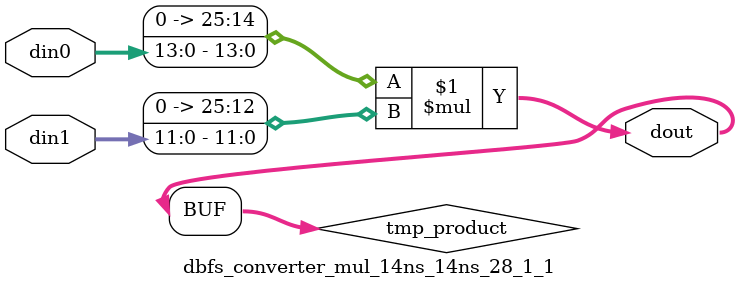
<source format=v>

`timescale 1 ns / 1 ps

  module dbfs_converter_mul_14ns_14ns_28_1_1(din0, din1, dout);
parameter ID = 1;
parameter NUM_STAGE = 0;
parameter din0_WIDTH = 14;
parameter din1_WIDTH = 12;
parameter dout_WIDTH = 26;

input [din0_WIDTH - 1 : 0] din0; 
input [din1_WIDTH - 1 : 0] din1; 
output [dout_WIDTH - 1 : 0] dout;

wire signed [dout_WIDTH - 1 : 0] tmp_product;










assign tmp_product = $signed({1'b0, din0}) * $signed({1'b0, din1});











assign dout = tmp_product;







endmodule

</source>
